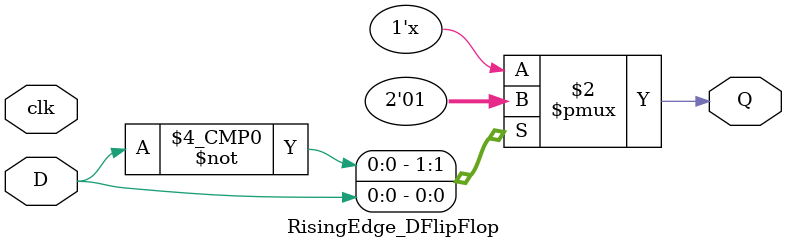
<source format=v>
module RisingEdge_DFlipFlop(input D,clk, output Q);
// This is really bad, but not often to do a FF like this. 

always @(clk) 
begin
	case(D)
	1'b0:	{Q} = 1'b0;
	1'b1:	{Q} = 1'b1;
	endcase
end
endmodule
</source>
